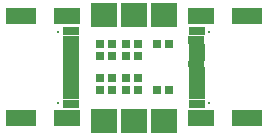
<source format=gts>
G04*
G04 #@! TF.GenerationSoftware,Altium Limited,Altium Designer,18.1.7 (191)*
G04*
G04 Layer_Color=8388736*
%FSLAX44Y44*%
%MOMM*%
G71*
G01*
G75*
%ADD14R,0.8032X0.8032*%
%ADD15R,1.3532X0.8032*%
%ADD16R,1.3532X0.5032*%
%ADD17R,2.2032X2.0032*%
%ADD18C,0.2032*%
%ADD19R,2.2032X1.4032*%
%ADD20R,2.5032X1.4032*%
D14*
X1270080Y411000D02*
D03*
X1259920D02*
D03*
X1270080Y450000D02*
D03*
X1259920D02*
D03*
X1243080Y411000D02*
D03*
X1232920D02*
D03*
X1243080Y421000D02*
D03*
X1232920D02*
D03*
X1243080Y450000D02*
D03*
X1232920D02*
D03*
X1243080Y440000D02*
D03*
X1232920D02*
D03*
X1221080Y411000D02*
D03*
X1210920D02*
D03*
X1221080Y440000D02*
D03*
X1210920D02*
D03*
X1221080Y450000D02*
D03*
X1210920D02*
D03*
X1221080Y421000D02*
D03*
X1210920D02*
D03*
D15*
X1293030Y461410D02*
D03*
X1293000Y453910D02*
D03*
X1293030Y406910D02*
D03*
Y399410D02*
D03*
X1186970Y399410D02*
D03*
X1187000Y406910D02*
D03*
X1186970Y453910D02*
D03*
Y461410D02*
D03*
D16*
X1293030Y447910D02*
D03*
Y442910D02*
D03*
Y437910D02*
D03*
X1293000Y432910D02*
D03*
X1293030Y427910D02*
D03*
Y422910D02*
D03*
Y417910D02*
D03*
Y412910D02*
D03*
X1186970D02*
D03*
Y417910D02*
D03*
Y422910D02*
D03*
X1187000Y427910D02*
D03*
X1186970Y432910D02*
D03*
Y437910D02*
D03*
Y442910D02*
D03*
Y447910D02*
D03*
D17*
X1265400Y385000D02*
D03*
X1240000D02*
D03*
X1214600D02*
D03*
Y475000D02*
D03*
X1240000D02*
D03*
X1265400D02*
D03*
D18*
X1304000Y460410D02*
D03*
Y400410D02*
D03*
X1176000Y400410D02*
D03*
Y460410D02*
D03*
D19*
X1296830Y473710D02*
D03*
Y387210D02*
D03*
X1183170Y387110D02*
D03*
Y473610D02*
D03*
D20*
X1335430Y473710D02*
D03*
Y387210D02*
D03*
X1144570Y387110D02*
D03*
Y473610D02*
D03*
M02*

</source>
